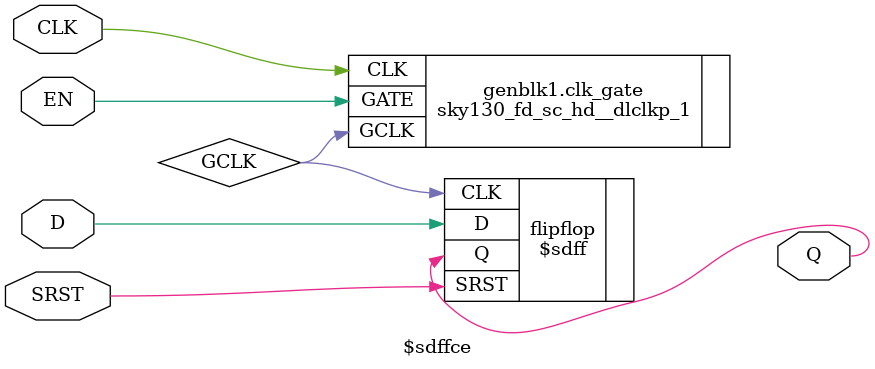
<source format=v>



module \$adffe (ARST, CLK, D, EN, Q);
    parameter ARST_POLARITY =1'b1;
    parameter ARST_VALUE  =1'b0;
    parameter CLK_POLARITY =1'b1;
    parameter EN_POLARITY =1'b1;
    parameter WIDTH =1;

    input ARST, CLK, EN;
    input [WIDTH -1 :0] D; 
    output [WIDTH -1 :0] Q;

    wire GCLK;

    generate
        if (WIDTH < 5) begin
                sky130_fd_sc_hd__dlclkp_1  clk_gate ( .GCLK(GCLK), .CLK(CLK), .GATE(EN) );
                end
            else if (WIDTH < 17) begin
                sky130_fd_sc_hd__dlclkp_2  clk_gate ( .GCLK(GCLK), .CLK(CLK), .GATE(EN) );
                end
            else begin
                sky130_fd_sc_hd__dlclkp_4  clk_gate ( .GCLK(GCLK), .CLK(CLK), .GATE(EN) );
        end
    endgenerate

    $adff  #( 
            .WIDTH(WIDTH), 
            .CLK_POLARITY(CLK_POLARITY),
            .ARST_VALUE(ARST_VALUE) ,
            .ARST_POLARITY (ARST_POLARITY)
            ) 
            flipflop(  
            .CLK(GCLK), 
            .ARST(ARST),
            .D(D), 
            .Q(Q)
            );
endmodule

//////////////////////////////////////////////////////////////////////////////////////
//////////////////////////////////////////////////////////////////////////////////////

module \$dffe ( CLK, D, EN, Q);
    parameter CLK_POLARITY =1'b1;
    parameter EN_POLARITY =1'b1;
    parameter WIDTH =1;

    input  CLK, EN;
    input [WIDTH -1:0] D; 
    output [WIDTH -1:0] Q;

    wire GCLK;

    generate
        if (WIDTH < 5) begin
                sky130_fd_sc_hd__dlclkp_1  clk_gate ( .GCLK(GCLK), .CLK(CLK), .GATE(EN) );
                end
            else if (WIDTH < 17) begin
                sky130_fd_sc_hd__dlclkp_2  clk_gate ( .GCLK(GCLK), .CLK(CLK), .GATE(EN) );
                end
            else begin
                sky130_fd_sc_hd__dlclkp_4  clk_gate ( .GCLK(GCLK), .CLK(CLK), .GATE(EN) );
        end
    endgenerate

    $dff  #( 
            .WIDTH(WIDTH), 
            .CLK_POLARITY(CLK_POLARITY),
            ) 
            flipflop(  
            .CLK(GCLK), 
            .D(D), 
            .Q(Q)
            );
endmodule

//////////////////////////////////////////////////////////////////////////////////////
//////////////////////////////////////////////////////////////////////////////////////

module \$dffsre ( CLK, EN, CLR, SET, D, Q);
    parameter CLK_POLARITY =1'b1;
    parameter EN_POLARITY =1'b1;
    parameter CLR_POLARITY =1'b1;
    parameter SET_POLARITY =1'b1;
    parameter WIDTH =1;

    input  CLK, EN, CLR, SET;
    input [WIDTH -1:0] D; 
    output [WIDTH -1:0] Q;

    wire GCLK;

    generate
        if (WIDTH < 5) begin
                sky130_fd_sc_hd__dlclkp_1  clk_gate ( .GCLK(GCLK), .CLK(CLK), .GATE(EN) );
                end
            else if (WIDTH < 17) begin
                sky130_fd_sc_hd__dlclkp_2  clk_gate ( .GCLK(GCLK), .CLK(CLK), .GATE(EN) );
                end
            else begin
                sky130_fd_sc_hd__dlclkp_4  clk_gate ( .GCLK(GCLK), .CLK(CLK), .GATE(EN) );
        end
    endgenerate

    $dffsr  #( 
            .WIDTH(WIDTH), 
            .CLK_POLARITY(CLK_POLARITY),
            .CLR_POLARITY(CLR_POLARITY), 
            .SET_POLARITY(SET_POLARITY)
            ) 
            flipflop(  
            .CLK(GCLK), 
            .CLR(CLR),
            .SET(SET),
            .D(D), 
            .Q(Q)
            );
endmodule

//////////////////////////////////////////////////////////////////////////////////////
//////////////////////////////////////////////////////////////////////////////////////

module \$aldffe ( CLK, EN, ALOAD, AD, D, Q);
    parameter CLK_POLARITY =1'b1;
    parameter EN_POLARITY =1'b1;
    parameter ALOAD_POLARITY =1'b1;
    parameter WIDTH =1;

    input  CLK, EN, ALOAD;
    input [WIDTH -1:0] D; 
    input [WIDTH-1:0] AD;
    output [WIDTH -1:0] Q;

    wire GCLK;

    generate
        if (WIDTH < 5) begin
                sky130_fd_sc_hd__dlclkp_1  clk_gate ( .GCLK(GCLK), .CLK(CLK), .GATE(EN) );
                end
            else if (WIDTH < 17) begin
                sky130_fd_sc_hd__dlclkp_2  clk_gate ( .GCLK(GCLK), .CLK(CLK), .GATE(EN) );
                end
            else begin
                sky130_fd_sc_hd__dlclkp_4  clk_gate ( .GCLK(GCLK), .CLK(CLK), .GATE(EN) );
        end
    endgenerate

    $aldff  #( 
            .WIDTH(WIDTH), 
            .CLK_POLARITY(CLK_POLARITY),
            .ALOAD_POLARITY(ALOAD_POLARITY), 
            ) 
            flipflop(  
            .CLK(GCLK), 
            .D(D),
            .AD(AD),
            .Q(Q)
            );
endmodule

//////////////////////////////////////////////////////////////////////////////////////
//////////////////////////////////////////////////////////////////////////////////////

// todoo: add support for other $sdffe 

//////////////////////////////////////////////////////////////////////////////////////
//////////////////////////////////////////////////////////////////////////////////////

module \$sdffce ( CLK, EN, SRST, D, Q);
    parameter CLK_POLARITY =1'b1;
    parameter EN_POLARITY =1'b1;
    parameter SRST_POLARITY =1'b1;
    parameter SRST_VALUE =1'b1;
    parameter WIDTH =1;

    input  CLK, EN, SRST;
    input [WIDTH -1:0] D; 
    output [WIDTH -1:0] Q;

    wire GCLK;

    generate
        if (WIDTH < 5) begin
                sky130_fd_sc_hd__dlclkp_1  clk_gate ( .GCLK(GCLK), .CLK(CLK), .GATE(EN) );
                end
            else if (WIDTH < 17) begin
                sky130_fd_sc_hd__dlclkp_2  clk_gate ( .GCLK(GCLK), .CLK(CLK), .GATE(EN) );
                end
            else begin
                sky130_fd_sc_hd__dlclkp_4  clk_gate ( .GCLK(GCLK), .CLK(CLK), .GATE(EN) );
        end
    endgenerate

    $sdff  #( 
            .WIDTH(WIDTH), 
            .CLK_POLARITY(CLK_POLARITY),
            .SRST_POLARITY(SRST_POLARITY), 
            .SRST_VALUE(SRST_VALUE)
            ) 
            flipflop(  
            .CLK(GCLK), 
            .SRST(SRST),
            .D(D), 
            .Q(Q)
            );
endmodule

</source>
